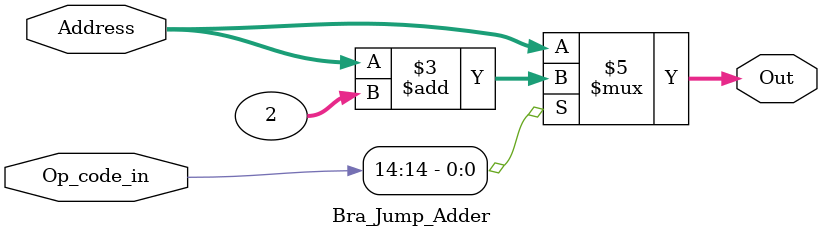
<source format=v>
`timescale 1ns / 1ps
module Bra_Jump_Adder(
    input [19:0] Op_code_in,
	 //input bra_out_bit,
	 input [31:0] Address,
    output reg [31:0] Out
    );

always @ (*)
begin
	if(Op_code_in[14] ==1'b 1) //unsuccessful branch.pc = pc + 2  
	begin
		Out = Address + 2 ;
	end
	else  //bra out but is 1 or undefined 
	begin
		//if(Op_code_in[15] == 1'b1)
		//begin
		Out = Address;
		//end
	end
end

endmodule

</source>
